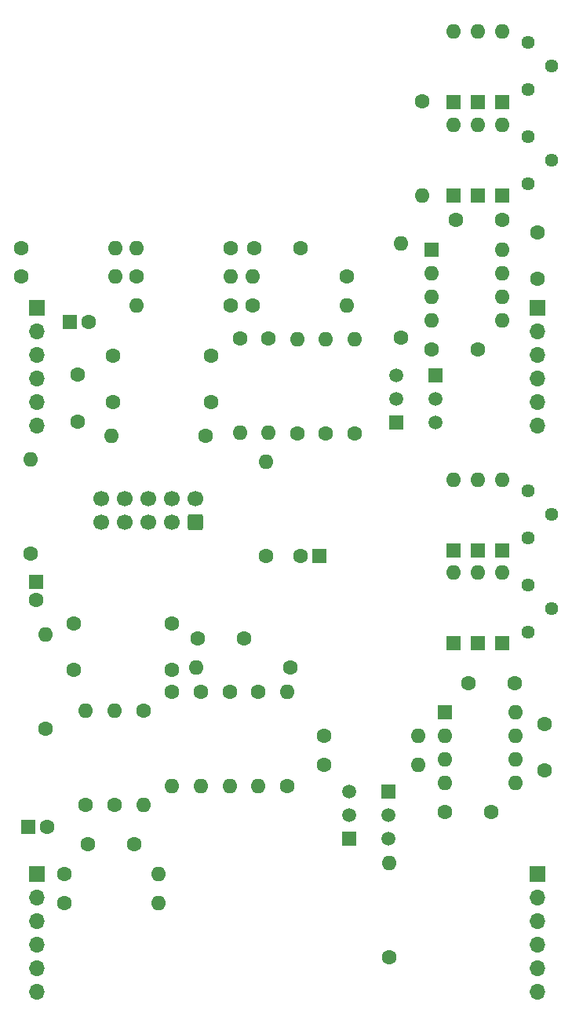
<source format=gbr>
G04 #@! TF.GenerationSoftware,KiCad,Pcbnew,(6.0.6)*
G04 #@! TF.CreationDate,2022-11-24T12:48:10+00:00*
G04 #@! TF.ProjectId,MS20-VCF,4d533230-2d56-4434-962e-6b696361645f,rev?*
G04 #@! TF.SameCoordinates,Original*
G04 #@! TF.FileFunction,Soldermask,Top*
G04 #@! TF.FilePolarity,Negative*
%FSLAX46Y46*%
G04 Gerber Fmt 4.6, Leading zero omitted, Abs format (unit mm)*
G04 Created by KiCad (PCBNEW (6.0.6)) date 2022-11-24 12:48:10*
%MOMM*%
%LPD*%
G01*
G04 APERTURE LIST*
G04 Aperture macros list*
%AMRoundRect*
0 Rectangle with rounded corners*
0 $1 Rounding radius*
0 $2 $3 $4 $5 $6 $7 $8 $9 X,Y pos of 4 corners*
0 Add a 4 corners polygon primitive as box body*
4,1,4,$2,$3,$4,$5,$6,$7,$8,$9,$2,$3,0*
0 Add four circle primitives for the rounded corners*
1,1,$1+$1,$2,$3*
1,1,$1+$1,$4,$5*
1,1,$1+$1,$6,$7*
1,1,$1+$1,$8,$9*
0 Add four rect primitives between the rounded corners*
20,1,$1+$1,$2,$3,$4,$5,0*
20,1,$1+$1,$4,$5,$6,$7,0*
20,1,$1+$1,$6,$7,$8,$9,0*
20,1,$1+$1,$8,$9,$2,$3,0*%
G04 Aperture macros list end*
%ADD10C,1.600000*%
%ADD11R,1.600000X1.600000*%
%ADD12O,1.600000X1.600000*%
%ADD13R,1.700000X1.700000*%
%ADD14O,1.700000X1.700000*%
%ADD15R,1.500000X1.500000*%
%ADD16C,1.500000*%
%ADD17C,1.440000*%
%ADD18RoundRect,0.250000X0.600000X-0.600000X0.600000X0.600000X-0.600000X0.600000X-0.600000X-0.600000X0*%
%ADD19C,1.700000*%
G04 APERTURE END LIST*
D10*
X87000000Y-60800000D03*
X87000000Y-65800000D03*
X87800000Y-113800000D03*
X87800000Y-118800000D03*
X38500000Y-126800000D03*
X43500000Y-126800000D03*
D11*
X83200000Y-56820000D03*
D12*
X83200000Y-49200000D03*
D11*
X83200000Y-46810000D03*
D12*
X83200000Y-39190000D03*
D11*
X80600000Y-56820000D03*
D12*
X80600000Y-49200000D03*
D11*
X80600000Y-46810000D03*
D12*
X80600000Y-39190000D03*
D11*
X78000000Y-56820000D03*
D12*
X78000000Y-49200000D03*
D11*
X78000000Y-46810000D03*
D12*
X78000000Y-39190000D03*
D13*
X87000000Y-69000000D03*
D14*
X87000000Y-71540000D03*
X87000000Y-74080000D03*
X87000000Y-76620000D03*
X87000000Y-79160000D03*
X87000000Y-81700000D03*
D13*
X33000000Y-130000000D03*
D14*
X33000000Y-132540000D03*
X33000000Y-135080000D03*
X33000000Y-137620000D03*
X33000000Y-140160000D03*
X33000000Y-142700000D03*
D15*
X76040000Y-76260000D03*
D16*
X76040000Y-78800000D03*
X76040000Y-81340000D03*
D15*
X71760000Y-81340000D03*
D16*
X71760000Y-78800000D03*
X71760000Y-76260000D03*
D15*
X66700000Y-126200000D03*
D16*
X66700000Y-123660000D03*
X66700000Y-121120000D03*
D10*
X53960000Y-68700000D03*
D12*
X43800000Y-68700000D03*
D10*
X31300000Y-62500000D03*
D12*
X41460000Y-62500000D03*
D10*
X54900000Y-72300000D03*
D12*
X54900000Y-82460000D03*
D10*
X43800000Y-65600000D03*
D12*
X53960000Y-65600000D03*
D10*
X67300000Y-82480000D03*
D12*
X67300000Y-72320000D03*
D10*
X51180000Y-82800000D03*
D12*
X41020000Y-82800000D03*
D10*
X58000000Y-72300000D03*
D12*
X58000000Y-82460000D03*
D10*
X66480000Y-65600000D03*
D12*
X56320000Y-65600000D03*
D10*
X53960000Y-62500000D03*
D12*
X43800000Y-62500000D03*
D10*
X56320000Y-68700000D03*
D12*
X66480000Y-68700000D03*
D10*
X74600000Y-46720000D03*
D12*
X74600000Y-56880000D03*
D10*
X38300000Y-122560000D03*
D12*
X38300000Y-112400000D03*
D10*
X60380000Y-107700000D03*
D12*
X50220000Y-107700000D03*
D10*
X44500000Y-112400000D03*
D12*
X44500000Y-122560000D03*
D10*
X50700000Y-110400000D03*
D12*
X50700000Y-120560000D03*
D10*
X64040000Y-118200000D03*
D12*
X74200000Y-118200000D03*
D10*
X71000000Y-138960000D03*
D12*
X71000000Y-128800000D03*
D10*
X47600000Y-110400000D03*
D12*
X47600000Y-120560000D03*
D10*
X41400000Y-122560000D03*
D12*
X41400000Y-112400000D03*
D10*
X60000000Y-120560000D03*
D12*
X60000000Y-110400000D03*
D10*
X33900000Y-114380000D03*
D12*
X33900000Y-104220000D03*
D10*
X56900000Y-110400000D03*
D12*
X56900000Y-120560000D03*
D10*
X53800000Y-110400000D03*
D12*
X53800000Y-120560000D03*
D10*
X64040000Y-115100000D03*
D12*
X74200000Y-115100000D03*
D11*
X77000000Y-112600000D03*
D12*
X77000000Y-115140000D03*
X77000000Y-117680000D03*
X77000000Y-120220000D03*
X84620000Y-120220000D03*
X84620000Y-117680000D03*
X84620000Y-115140000D03*
X84620000Y-112600000D03*
D13*
X87000000Y-130000000D03*
D14*
X87000000Y-132540000D03*
X87000000Y-135080000D03*
X87000000Y-137620000D03*
X87000000Y-140160000D03*
X87000000Y-142700000D03*
D10*
X72300000Y-72180000D03*
D12*
X72300000Y-62020000D03*
D11*
X75580000Y-62680000D03*
D12*
X75580000Y-65220000D03*
X75580000Y-67760000D03*
X75580000Y-70300000D03*
X83200000Y-70300000D03*
X83200000Y-67760000D03*
X83200000Y-65220000D03*
X83200000Y-62680000D03*
D15*
X70940000Y-121160000D03*
D16*
X70940000Y-123700000D03*
X70940000Y-126240000D03*
D10*
X50400000Y-104600000D03*
X55400000Y-104600000D03*
D11*
X78000000Y-95120000D03*
D12*
X78000000Y-87500000D03*
D11*
X80600000Y-95120000D03*
D12*
X80600000Y-87500000D03*
D11*
X83200000Y-95120000D03*
D12*
X83200000Y-87500000D03*
D11*
X83200000Y-105120000D03*
D12*
X83200000Y-97500000D03*
D11*
X80600000Y-105120000D03*
D12*
X80600000Y-97500000D03*
D11*
X78000000Y-105120000D03*
D12*
X78000000Y-97500000D03*
D10*
X56500000Y-62500000D03*
X61500000Y-62500000D03*
X31300000Y-65600000D03*
D12*
X41460000Y-65600000D03*
D10*
X61100000Y-82480000D03*
D12*
X61100000Y-72320000D03*
D10*
X64200000Y-82480000D03*
D12*
X64200000Y-72320000D03*
D13*
X33000000Y-69000000D03*
D14*
X33000000Y-71540000D03*
X33000000Y-74080000D03*
X33000000Y-76620000D03*
X33000000Y-79160000D03*
X33000000Y-81700000D03*
D10*
X37400000Y-81200000D03*
X37400000Y-76200000D03*
X36000000Y-133100000D03*
D12*
X46160000Y-133100000D03*
D10*
X36000000Y-130000000D03*
D12*
X46160000Y-130000000D03*
D10*
X83180000Y-59480000D03*
X78180000Y-59480000D03*
X82000000Y-123300000D03*
X77000000Y-123300000D03*
X80580000Y-73480000D03*
X75580000Y-73480000D03*
X84600000Y-109400000D03*
X79600000Y-109400000D03*
D11*
X32900000Y-98500000D03*
D10*
X32900000Y-100500000D03*
D11*
X63500000Y-95700000D03*
D10*
X61500000Y-95700000D03*
D11*
X36600000Y-70500000D03*
D10*
X38600000Y-70500000D03*
X57700000Y-95680000D03*
D12*
X57700000Y-85520000D03*
D17*
X86000000Y-55590000D03*
X88540000Y-53050000D03*
X86000000Y-50510000D03*
X86000000Y-45440000D03*
X88540000Y-42900000D03*
X86000000Y-40360000D03*
D11*
X32100000Y-124900000D03*
D10*
X34100000Y-124900000D03*
X32300000Y-95480000D03*
D12*
X32300000Y-85320000D03*
D17*
X86000000Y-103900000D03*
X88540000Y-101360000D03*
X86000000Y-98820000D03*
X86000000Y-93790000D03*
X88540000Y-91250000D03*
X86000000Y-88710000D03*
D18*
X50080000Y-92100000D03*
D19*
X50080000Y-89560000D03*
X47540000Y-92100000D03*
X47540000Y-89560000D03*
X45000000Y-92100000D03*
X45000000Y-89560000D03*
X42460000Y-92100000D03*
X42460000Y-89560000D03*
X39920000Y-92100000D03*
X39920000Y-89560000D03*
D10*
X37000000Y-108000000D03*
X37000000Y-103000000D03*
X41200000Y-79100000D03*
X41200000Y-74100000D03*
X47600000Y-103000000D03*
X47600000Y-108000000D03*
X51800000Y-74100000D03*
X51800000Y-79100000D03*
M02*

</source>
